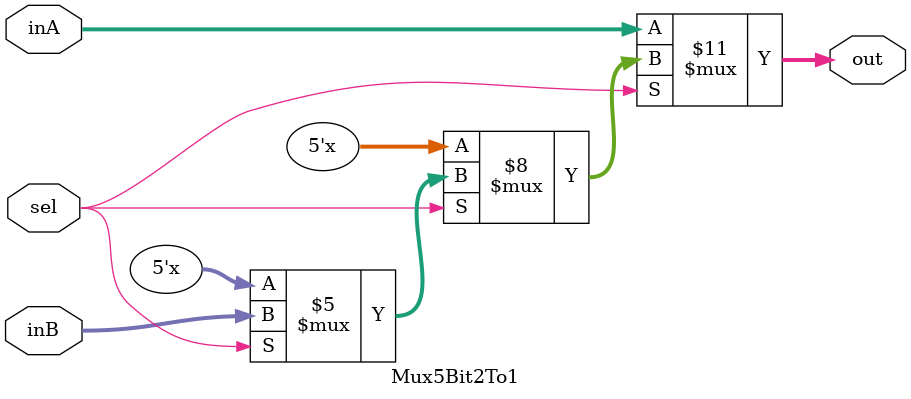
<source format=v>
`timescale 1ns / 1ps


module Mux5Bit2To1(out, inA, inB, sel);

    output reg [4:0] out;
    
    input [4:0] inA;
    input [4:0] inB;
    input sel;

    always @(inA or inB or sel) begin
        if(sel == 0) begin
            out = inA;
        end
        else if(sel == 1)   begin
            out = inB;
        end
    end    
endmodule

</source>
